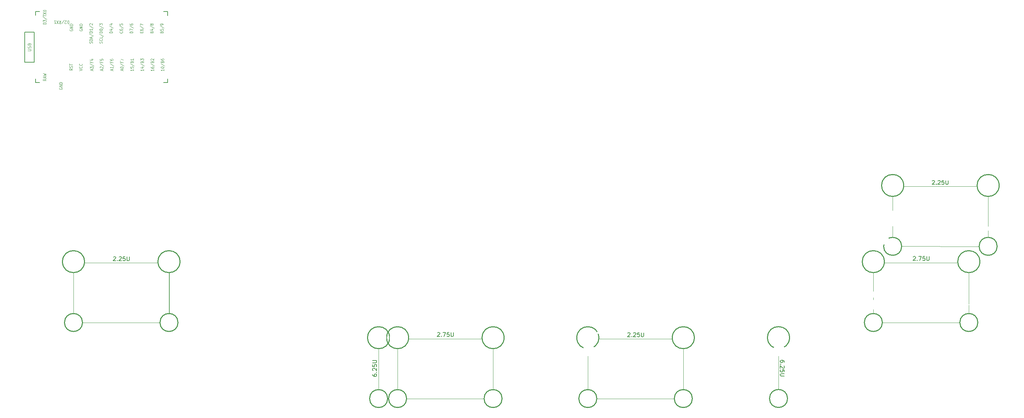
<source format=gto>
G04 #@! TF.GenerationSoftware,KiCad,Pcbnew,(5.1.9-0-10_14)*
G04 #@! TF.CreationDate,2021-12-01T15:49:55+09:00*
G04 #@! TF.ProjectId,reviung53,72657669-756e-4673-9533-2e6b69636164,1*
G04 #@! TF.SameCoordinates,PX1c9c380PY1c9c380*
G04 #@! TF.FileFunction,Legend,Top*
G04 #@! TF.FilePolarity,Positive*
%FSLAX46Y46*%
G04 Gerber Fmt 4.6, Leading zero omitted, Abs format (unit mm)*
G04 Created by KiCad (PCBNEW (5.1.9-0-10_14)) date 2021-12-01 15:49:55*
%MOMM*%
%LPD*%
G01*
G04 APERTURE LIST*
%ADD10C,0.150000*%
%ADD11C,0.250000*%
%ADD12C,0.120000*%
%ADD13C,0.125000*%
%ADD14C,4.500000*%
%ADD15C,2.200000*%
%ADD16C,3.000000*%
%ADD17C,3.987800*%
%ADD18C,1.750000*%
%ADD19C,3.048000*%
%ADD20C,0.600000*%
%ADD21C,1.524000*%
%ADD22C,2.000000*%
%ADD23C,0.900000*%
G04 APERTURE END LIST*
D10*
X224120000Y-42987619D02*
X224167619Y-42940000D01*
X224262857Y-42892380D01*
X224500952Y-42892380D01*
X224596190Y-42940000D01*
X224643809Y-42987619D01*
X224691428Y-43082857D01*
X224691428Y-43178095D01*
X224643809Y-43320952D01*
X224072380Y-43892380D01*
X224691428Y-43892380D01*
X225120000Y-43797142D02*
X225167619Y-43844761D01*
X225120000Y-43892380D01*
X225072380Y-43844761D01*
X225120000Y-43797142D01*
X225120000Y-43892380D01*
X225548571Y-42987619D02*
X225596190Y-42940000D01*
X225691428Y-42892380D01*
X225929523Y-42892380D01*
X226024761Y-42940000D01*
X226072380Y-42987619D01*
X226120000Y-43082857D01*
X226120000Y-43178095D01*
X226072380Y-43320952D01*
X225500952Y-43892380D01*
X226120000Y-43892380D01*
X227024761Y-42892380D02*
X226548571Y-42892380D01*
X226500952Y-43368571D01*
X226548571Y-43320952D01*
X226643809Y-43273333D01*
X226881904Y-43273333D01*
X226977142Y-43320952D01*
X227024761Y-43368571D01*
X227072380Y-43463809D01*
X227072380Y-43701904D01*
X227024761Y-43797142D01*
X226977142Y-43844761D01*
X226881904Y-43892380D01*
X226643809Y-43892380D01*
X226548571Y-43844761D01*
X226500952Y-43797142D01*
X227500952Y-42892380D02*
X227500952Y-43701904D01*
X227548571Y-43797142D01*
X227596190Y-43844761D01*
X227691428Y-43892380D01*
X227881904Y-43892380D01*
X227977142Y-43844761D01*
X228024761Y-43797142D01*
X228072380Y-43701904D01*
X228072380Y-42892380D01*
X147980000Y-81107619D02*
X148027619Y-81060000D01*
X148122857Y-81012380D01*
X148360952Y-81012380D01*
X148456190Y-81060000D01*
X148503809Y-81107619D01*
X148551428Y-81202857D01*
X148551428Y-81298095D01*
X148503809Y-81440952D01*
X147932380Y-82012380D01*
X148551428Y-82012380D01*
X148980000Y-81917142D02*
X149027619Y-81964761D01*
X148980000Y-82012380D01*
X148932380Y-81964761D01*
X148980000Y-81917142D01*
X148980000Y-82012380D01*
X149408571Y-81107619D02*
X149456190Y-81060000D01*
X149551428Y-81012380D01*
X149789523Y-81012380D01*
X149884761Y-81060000D01*
X149932380Y-81107619D01*
X149980000Y-81202857D01*
X149980000Y-81298095D01*
X149932380Y-81440952D01*
X149360952Y-82012380D01*
X149980000Y-82012380D01*
X150884761Y-81012380D02*
X150408571Y-81012380D01*
X150360952Y-81488571D01*
X150408571Y-81440952D01*
X150503809Y-81393333D01*
X150741904Y-81393333D01*
X150837142Y-81440952D01*
X150884761Y-81488571D01*
X150932380Y-81583809D01*
X150932380Y-81821904D01*
X150884761Y-81917142D01*
X150837142Y-81964761D01*
X150741904Y-82012380D01*
X150503809Y-82012380D01*
X150408571Y-81964761D01*
X150360952Y-81917142D01*
X151360952Y-81012380D02*
X151360952Y-81821904D01*
X151408571Y-81917142D01*
X151456190Y-81964761D01*
X151551428Y-82012380D01*
X151741904Y-82012380D01*
X151837142Y-81964761D01*
X151884761Y-81917142D01*
X151932380Y-81821904D01*
X151932380Y-81012380D01*
X100400000Y-81057619D02*
X100447619Y-81010000D01*
X100542857Y-80962380D01*
X100780952Y-80962380D01*
X100876190Y-81010000D01*
X100923809Y-81057619D01*
X100971428Y-81152857D01*
X100971428Y-81248095D01*
X100923809Y-81390952D01*
X100352380Y-81962380D01*
X100971428Y-81962380D01*
X101400000Y-81867142D02*
X101447619Y-81914761D01*
X101400000Y-81962380D01*
X101352380Y-81914761D01*
X101400000Y-81867142D01*
X101400000Y-81962380D01*
X101780952Y-80962380D02*
X102447619Y-80962380D01*
X102019047Y-81962380D01*
X103304761Y-80962380D02*
X102828571Y-80962380D01*
X102780952Y-81438571D01*
X102828571Y-81390952D01*
X102923809Y-81343333D01*
X103161904Y-81343333D01*
X103257142Y-81390952D01*
X103304761Y-81438571D01*
X103352380Y-81533809D01*
X103352380Y-81771904D01*
X103304761Y-81867142D01*
X103257142Y-81914761D01*
X103161904Y-81962380D01*
X102923809Y-81962380D01*
X102828571Y-81914761D01*
X102780952Y-81867142D01*
X103780952Y-80962380D02*
X103780952Y-81771904D01*
X103828571Y-81867142D01*
X103876190Y-81914761D01*
X103971428Y-81962380D01*
X104161904Y-81962380D01*
X104257142Y-81914761D01*
X104304761Y-81867142D01*
X104352380Y-81771904D01*
X104352380Y-80962380D01*
X219357976Y-62027619D02*
X219405595Y-61980000D01*
X219500833Y-61932380D01*
X219738928Y-61932380D01*
X219834166Y-61980000D01*
X219881785Y-62027619D01*
X219929404Y-62122857D01*
X219929404Y-62218095D01*
X219881785Y-62360952D01*
X219310357Y-62932380D01*
X219929404Y-62932380D01*
X220357976Y-62837142D02*
X220405595Y-62884761D01*
X220357976Y-62932380D01*
X220310357Y-62884761D01*
X220357976Y-62837142D01*
X220357976Y-62932380D01*
X220738928Y-61932380D02*
X221405595Y-61932380D01*
X220977023Y-62932380D01*
X222262738Y-61932380D02*
X221786547Y-61932380D01*
X221738928Y-62408571D01*
X221786547Y-62360952D01*
X221881785Y-62313333D01*
X222119880Y-62313333D01*
X222215119Y-62360952D01*
X222262738Y-62408571D01*
X222310357Y-62503809D01*
X222310357Y-62741904D01*
X222262738Y-62837142D01*
X222215119Y-62884761D01*
X222119880Y-62932380D01*
X221881785Y-62932380D01*
X221786547Y-62884761D01*
X221738928Y-62837142D01*
X222738928Y-61932380D02*
X222738928Y-62741904D01*
X222786547Y-62837142D01*
X222834166Y-62884761D01*
X222929404Y-62932380D01*
X223119880Y-62932380D01*
X223215119Y-62884761D01*
X223262738Y-62837142D01*
X223310357Y-62741904D01*
X223310357Y-61932380D01*
D11*
X36018000Y-63215000D02*
G75*
G03*
X36018000Y-63215000I-2750000J0D01*
G01*
D12*
X9392000Y-65965000D02*
X9392000Y-76205000D01*
X11642000Y-78455000D02*
X30980000Y-78470000D01*
X12180000Y-63470000D02*
X30560000Y-63460000D01*
D11*
X11642000Y-78455000D02*
G75*
G03*
X11642000Y-78455000I-2250000J0D01*
G01*
D12*
X33268000Y-76205000D02*
X33268000Y-65965000D01*
D11*
X12142000Y-63215000D02*
G75*
G03*
X12142000Y-63215000I-2750000J0D01*
G01*
X35518000Y-78455000D02*
G75*
G03*
X35518000Y-78455000I-2250000J0D01*
G01*
D10*
X19380000Y-62077619D02*
X19427619Y-62030000D01*
X19522857Y-61982380D01*
X19760952Y-61982380D01*
X19856190Y-62030000D01*
X19903809Y-62077619D01*
X19951428Y-62172857D01*
X19951428Y-62268095D01*
X19903809Y-62410952D01*
X19332380Y-62982380D01*
X19951428Y-62982380D01*
X20380000Y-62887142D02*
X20427619Y-62934761D01*
X20380000Y-62982380D01*
X20332380Y-62934761D01*
X20380000Y-62887142D01*
X20380000Y-62982380D01*
X20808571Y-62077619D02*
X20856190Y-62030000D01*
X20951428Y-61982380D01*
X21189523Y-61982380D01*
X21284761Y-62030000D01*
X21332380Y-62077619D01*
X21380000Y-62172857D01*
X21380000Y-62268095D01*
X21332380Y-62410952D01*
X20760952Y-62982380D01*
X21380000Y-62982380D01*
X22284761Y-61982380D02*
X21808571Y-61982380D01*
X21760952Y-62458571D01*
X21808571Y-62410952D01*
X21903809Y-62363333D01*
X22141904Y-62363333D01*
X22237142Y-62410952D01*
X22284761Y-62458571D01*
X22332380Y-62553809D01*
X22332380Y-62791904D01*
X22284761Y-62887142D01*
X22237142Y-62934761D01*
X22141904Y-62982380D01*
X21903809Y-62982380D01*
X21808571Y-62934761D01*
X21760952Y-62887142D01*
X22760952Y-61982380D02*
X22760952Y-62791904D01*
X22808571Y-62887142D01*
X22856190Y-62934761D01*
X22951428Y-62982380D01*
X23141904Y-62982380D01*
X23237142Y-62934761D01*
X23284761Y-62887142D01*
X23332380Y-62791904D01*
X23332380Y-61982380D01*
D12*
X33328000Y-76235000D02*
X33328000Y-65995000D01*
D11*
X187922000Y-97475000D02*
G75*
G03*
X187922000Y-97475000I-2250000J0D01*
G01*
X188422000Y-82235000D02*
G75*
G03*
X188422000Y-82235000I-2750000J0D01*
G01*
D12*
X185672000Y-84985000D02*
X185672000Y-95225000D01*
D10*
X187127619Y-88366190D02*
X187127619Y-88175714D01*
X187080000Y-88080476D01*
X187032380Y-88032857D01*
X186889523Y-87937619D01*
X186699047Y-87890000D01*
X186318095Y-87890000D01*
X186222857Y-87937619D01*
X186175238Y-87985238D01*
X186127619Y-88080476D01*
X186127619Y-88270952D01*
X186175238Y-88366190D01*
X186222857Y-88413809D01*
X186318095Y-88461428D01*
X186556190Y-88461428D01*
X186651428Y-88413809D01*
X186699047Y-88366190D01*
X186746666Y-88270952D01*
X186746666Y-88080476D01*
X186699047Y-87985238D01*
X186651428Y-87937619D01*
X186556190Y-87890000D01*
X186222857Y-88890000D02*
X186175238Y-88937619D01*
X186127619Y-88890000D01*
X186175238Y-88842380D01*
X186222857Y-88890000D01*
X186127619Y-88890000D01*
X187032380Y-89318571D02*
X187080000Y-89366190D01*
X187127619Y-89461428D01*
X187127619Y-89699523D01*
X187080000Y-89794761D01*
X187032380Y-89842380D01*
X186937142Y-89890000D01*
X186841904Y-89890000D01*
X186699047Y-89842380D01*
X186127619Y-89270952D01*
X186127619Y-89890000D01*
X187127619Y-90794761D02*
X187127619Y-90318571D01*
X186651428Y-90270952D01*
X186699047Y-90318571D01*
X186746666Y-90413809D01*
X186746666Y-90651904D01*
X186699047Y-90747142D01*
X186651428Y-90794761D01*
X186556190Y-90842380D01*
X186318095Y-90842380D01*
X186222857Y-90794761D01*
X186175238Y-90747142D01*
X186127619Y-90651904D01*
X186127619Y-90413809D01*
X186175238Y-90318571D01*
X186222857Y-90270952D01*
X187127619Y-91270952D02*
X186318095Y-91270952D01*
X186222857Y-91318571D01*
X186175238Y-91366190D01*
X186127619Y-91461428D01*
X186127619Y-91651904D01*
X186175238Y-91747142D01*
X186222857Y-91794761D01*
X186318095Y-91842380D01*
X187127619Y-91842380D01*
X84192380Y-91433809D02*
X84192380Y-91624285D01*
X84240000Y-91719523D01*
X84287619Y-91767142D01*
X84430476Y-91862380D01*
X84620952Y-91910000D01*
X85001904Y-91910000D01*
X85097142Y-91862380D01*
X85144761Y-91814761D01*
X85192380Y-91719523D01*
X85192380Y-91529047D01*
X85144761Y-91433809D01*
X85097142Y-91386190D01*
X85001904Y-91338571D01*
X84763809Y-91338571D01*
X84668571Y-91386190D01*
X84620952Y-91433809D01*
X84573333Y-91529047D01*
X84573333Y-91719523D01*
X84620952Y-91814761D01*
X84668571Y-91862380D01*
X84763809Y-91910000D01*
X85097142Y-90910000D02*
X85144761Y-90862380D01*
X85192380Y-90910000D01*
X85144761Y-90957619D01*
X85097142Y-90910000D01*
X85192380Y-90910000D01*
X84287619Y-90481428D02*
X84240000Y-90433809D01*
X84192380Y-90338571D01*
X84192380Y-90100476D01*
X84240000Y-90005238D01*
X84287619Y-89957619D01*
X84382857Y-89910000D01*
X84478095Y-89910000D01*
X84620952Y-89957619D01*
X85192380Y-90529047D01*
X85192380Y-89910000D01*
X84192380Y-89005238D02*
X84192380Y-89481428D01*
X84668571Y-89529047D01*
X84620952Y-89481428D01*
X84573333Y-89386190D01*
X84573333Y-89148095D01*
X84620952Y-89052857D01*
X84668571Y-89005238D01*
X84763809Y-88957619D01*
X85001904Y-88957619D01*
X85097142Y-89005238D01*
X85144761Y-89052857D01*
X85192380Y-89148095D01*
X85192380Y-89386190D01*
X85144761Y-89481428D01*
X85097142Y-89529047D01*
X84192380Y-88529047D02*
X85001904Y-88529047D01*
X85097142Y-88481428D01*
X85144761Y-88433809D01*
X85192380Y-88338571D01*
X85192380Y-88148095D01*
X85144761Y-88052857D01*
X85097142Y-88005238D01*
X85001904Y-87957619D01*
X84192380Y-87957619D01*
D11*
X88432000Y-82255000D02*
G75*
G03*
X88432000Y-82255000I-2750000J0D01*
G01*
X87932000Y-97495000D02*
G75*
G03*
X87932000Y-97495000I-2250000J0D01*
G01*
D12*
X85682000Y-85005000D02*
X85682000Y-95245000D01*
D11*
X92682000Y-97495000D02*
G75*
G03*
X92682000Y-97495000I-2250000J0D01*
G01*
X116558000Y-97495000D02*
G75*
G03*
X116558000Y-97495000I-2250000J0D01*
G01*
D12*
X93220000Y-82510000D02*
X111530000Y-82510000D01*
D11*
X93182000Y-82255000D02*
G75*
G03*
X93182000Y-82255000I-2750000J0D01*
G01*
X117058000Y-82255000D02*
G75*
G03*
X117058000Y-82255000I-2750000J0D01*
G01*
D12*
X90432000Y-85005000D02*
X90432000Y-95245000D01*
X92682000Y-97495000D02*
X112020000Y-97510000D01*
X114308000Y-95245000D02*
X114308000Y-85005000D01*
D11*
X140242000Y-97495000D02*
G75*
G03*
X140242000Y-97495000I-2250000J0D01*
G01*
X164118000Y-97495000D02*
G75*
G03*
X164118000Y-97495000I-2250000J0D01*
G01*
D12*
X140780000Y-82510000D02*
X159100000Y-82510000D01*
D11*
X140742000Y-82255000D02*
G75*
G03*
X140742000Y-82255000I-2750000J0D01*
G01*
X164618000Y-82255000D02*
G75*
G03*
X164618000Y-82255000I-2750000J0D01*
G01*
D12*
X137992000Y-85005000D02*
X137992000Y-95245000D01*
X140242000Y-97495000D02*
X159580000Y-97510000D01*
X161868000Y-95245000D02*
X161868000Y-85005000D01*
D11*
X211632000Y-78455000D02*
G75*
G03*
X211632000Y-78455000I-2250000J0D01*
G01*
X235508000Y-78455000D02*
G75*
G03*
X235508000Y-78455000I-2250000J0D01*
G01*
D12*
X212170000Y-63470000D02*
X230450000Y-63460000D01*
D11*
X212132000Y-63215000D02*
G75*
G03*
X212132000Y-63215000I-2750000J0D01*
G01*
X236008000Y-63215000D02*
G75*
G03*
X236008000Y-63215000I-2750000J0D01*
G01*
D12*
X209382000Y-65965000D02*
X209382000Y-76205000D01*
X211632000Y-78455000D02*
X230970000Y-78470000D01*
X233258000Y-76205000D02*
X233258000Y-65965000D01*
X214212000Y-46895000D02*
X214212000Y-57135000D01*
X238088000Y-57135000D02*
X238088000Y-46895000D01*
X216462000Y-59385000D02*
X235800000Y-59400000D01*
X217000000Y-44400000D02*
X235280000Y-44400000D01*
D11*
X216462000Y-59385000D02*
G75*
G03*
X216462000Y-59385000I-2250000J0D01*
G01*
X240338000Y-59385000D02*
G75*
G03*
X240338000Y-59385000I-2250000J0D01*
G01*
X240838000Y-44145000D02*
G75*
G03*
X240838000Y-44145000I-2750000J0D01*
G01*
X216962000Y-44145000D02*
G75*
G03*
X216962000Y-44145000I-2750000J0D01*
G01*
D10*
X32940000Y-610000D02*
X32940000Y-1620000D01*
X32940000Y-18410000D02*
X32940000Y-17410000D01*
X31940000Y-610000D02*
X32940000Y-610000D01*
X31890000Y-18410000D02*
X32940000Y-18410000D01*
X-110000Y-610000D02*
X-110000Y-1560000D01*
X-110000Y-18410000D02*
X-110000Y-17410000D01*
X-110000Y-610000D02*
X890000Y-610000D01*
X-110000Y-18410000D02*
X890000Y-18410000D01*
X-2810000Y-13260000D02*
X-410000Y-13260000D01*
X-410000Y-13210000D02*
X-410000Y-5760000D01*
X-410000Y-5760000D02*
X-2810000Y-5760000D01*
X-2810000Y-5760000D02*
X-2810000Y-13260000D01*
D13*
X2539285Y-17462619D02*
X2182142Y-17685952D01*
X2539285Y-17845476D02*
X1789285Y-17845476D01*
X1789285Y-17590238D01*
X1825000Y-17526428D01*
X1860714Y-17494523D01*
X1932142Y-17462619D01*
X2039285Y-17462619D01*
X2110714Y-17494523D01*
X2146428Y-17526428D01*
X2182142Y-17590238D01*
X2182142Y-17845476D01*
X2325000Y-17207380D02*
X2325000Y-16888333D01*
X2539285Y-17271190D02*
X1789285Y-17047857D01*
X2539285Y-16824523D01*
X1789285Y-16665000D02*
X2539285Y-16505476D01*
X2003571Y-16377857D01*
X2539285Y-16250238D01*
X1789285Y-16090714D01*
X5865000Y-19710476D02*
X5829285Y-19774285D01*
X5829285Y-19870000D01*
X5865000Y-19965714D01*
X5936428Y-20029523D01*
X6007857Y-20061428D01*
X6150714Y-20093333D01*
X6257857Y-20093333D01*
X6400714Y-20061428D01*
X6472142Y-20029523D01*
X6543571Y-19965714D01*
X6579285Y-19870000D01*
X6579285Y-19806190D01*
X6543571Y-19710476D01*
X6507857Y-19678571D01*
X6257857Y-19678571D01*
X6257857Y-19806190D01*
X6579285Y-19391428D02*
X5829285Y-19391428D01*
X6579285Y-19008571D01*
X5829285Y-19008571D01*
X6579285Y-18689523D02*
X5829285Y-18689523D01*
X5829285Y-18530000D01*
X5865000Y-18434285D01*
X5936428Y-18370476D01*
X6007857Y-18338571D01*
X6150714Y-18306666D01*
X6257857Y-18306666D01*
X6400714Y-18338571D01*
X6472142Y-18370476D01*
X6543571Y-18434285D01*
X6579285Y-18530000D01*
X6579285Y-18689523D01*
X9129285Y-14871904D02*
X8772142Y-15095238D01*
X9129285Y-15254761D02*
X8379285Y-15254761D01*
X8379285Y-14999523D01*
X8415000Y-14935714D01*
X8450714Y-14903809D01*
X8522142Y-14871904D01*
X8629285Y-14871904D01*
X8700714Y-14903809D01*
X8736428Y-14935714D01*
X8772142Y-14999523D01*
X8772142Y-15254761D01*
X9093571Y-14616666D02*
X9129285Y-14520952D01*
X9129285Y-14361428D01*
X9093571Y-14297619D01*
X9057857Y-14265714D01*
X8986428Y-14233809D01*
X8915000Y-14233809D01*
X8843571Y-14265714D01*
X8807857Y-14297619D01*
X8772142Y-14361428D01*
X8736428Y-14489047D01*
X8700714Y-14552857D01*
X8665000Y-14584761D01*
X8593571Y-14616666D01*
X8522142Y-14616666D01*
X8450714Y-14584761D01*
X8415000Y-14552857D01*
X8379285Y-14489047D01*
X8379285Y-14329523D01*
X8415000Y-14233809D01*
X8379285Y-14042380D02*
X8379285Y-13659523D01*
X9129285Y-13850952D02*
X8379285Y-13850952D01*
X10829285Y-15398333D02*
X11579285Y-15175000D01*
X10829285Y-14951666D01*
X11507857Y-14345476D02*
X11543571Y-14377380D01*
X11579285Y-14473095D01*
X11579285Y-14536904D01*
X11543571Y-14632619D01*
X11472142Y-14696428D01*
X11400714Y-14728333D01*
X11257857Y-14760238D01*
X11150714Y-14760238D01*
X11007857Y-14728333D01*
X10936428Y-14696428D01*
X10865000Y-14632619D01*
X10829285Y-14536904D01*
X10829285Y-14473095D01*
X10865000Y-14377380D01*
X10900714Y-14345476D01*
X11507857Y-13675476D02*
X11543571Y-13707380D01*
X11579285Y-13803095D01*
X11579285Y-13866904D01*
X11543571Y-13962619D01*
X11472142Y-14026428D01*
X11400714Y-14058333D01*
X11257857Y-14090238D01*
X11150714Y-14090238D01*
X11007857Y-14058333D01*
X10936428Y-14026428D01*
X10865000Y-13962619D01*
X10829285Y-13866904D01*
X10829285Y-13803095D01*
X10865000Y-13707380D01*
X10900714Y-13675476D01*
X14065000Y-15340714D02*
X14065000Y-15021666D01*
X14279285Y-15404523D02*
X13529285Y-15181190D01*
X14279285Y-14957857D01*
X13529285Y-14798333D02*
X13529285Y-14383571D01*
X13815000Y-14606904D01*
X13815000Y-14511190D01*
X13850714Y-14447380D01*
X13886428Y-14415476D01*
X13957857Y-14383571D01*
X14136428Y-14383571D01*
X14207857Y-14415476D01*
X14243571Y-14447380D01*
X14279285Y-14511190D01*
X14279285Y-14702619D01*
X14243571Y-14766428D01*
X14207857Y-14798333D01*
X13493571Y-13617857D02*
X14457857Y-14192142D01*
X13886428Y-13171190D02*
X13886428Y-13394523D01*
X14279285Y-13394523D02*
X13529285Y-13394523D01*
X13529285Y-13075476D01*
X13779285Y-12533095D02*
X14279285Y-12533095D01*
X13493571Y-12692619D02*
X14029285Y-12852142D01*
X14029285Y-12437380D01*
X16565000Y-15340714D02*
X16565000Y-15021666D01*
X16779285Y-15404523D02*
X16029285Y-15181190D01*
X16779285Y-14957857D01*
X16100714Y-14766428D02*
X16065000Y-14734523D01*
X16029285Y-14670714D01*
X16029285Y-14511190D01*
X16065000Y-14447380D01*
X16100714Y-14415476D01*
X16172142Y-14383571D01*
X16243571Y-14383571D01*
X16350714Y-14415476D01*
X16779285Y-14798333D01*
X16779285Y-14383571D01*
X15993571Y-13617857D02*
X16957857Y-14192142D01*
X16386428Y-13171190D02*
X16386428Y-13394523D01*
X16779285Y-13394523D02*
X16029285Y-13394523D01*
X16029285Y-13075476D01*
X16029285Y-12501190D02*
X16029285Y-12820238D01*
X16386428Y-12852142D01*
X16350714Y-12820238D01*
X16315000Y-12756428D01*
X16315000Y-12596904D01*
X16350714Y-12533095D01*
X16386428Y-12501190D01*
X16457857Y-12469285D01*
X16636428Y-12469285D01*
X16707857Y-12501190D01*
X16743571Y-12533095D01*
X16779285Y-12596904D01*
X16779285Y-12756428D01*
X16743571Y-12820238D01*
X16707857Y-12852142D01*
X19065000Y-15340714D02*
X19065000Y-15021666D01*
X19279285Y-15404523D02*
X18529285Y-15181190D01*
X19279285Y-14957857D01*
X19279285Y-14383571D02*
X19279285Y-14766428D01*
X19279285Y-14575000D02*
X18529285Y-14575000D01*
X18636428Y-14638809D01*
X18707857Y-14702619D01*
X18743571Y-14766428D01*
X18493571Y-13617857D02*
X19457857Y-14192142D01*
X18886428Y-13171190D02*
X18886428Y-13394523D01*
X19279285Y-13394523D02*
X18529285Y-13394523D01*
X18529285Y-13075476D01*
X18529285Y-12533095D02*
X18529285Y-12660714D01*
X18565000Y-12724523D01*
X18600714Y-12756428D01*
X18707857Y-12820238D01*
X18850714Y-12852142D01*
X19136428Y-12852142D01*
X19207857Y-12820238D01*
X19243571Y-12788333D01*
X19279285Y-12724523D01*
X19279285Y-12596904D01*
X19243571Y-12533095D01*
X19207857Y-12501190D01*
X19136428Y-12469285D01*
X18957857Y-12469285D01*
X18886428Y-12501190D01*
X18850714Y-12533095D01*
X18815000Y-12596904D01*
X18815000Y-12724523D01*
X18850714Y-12788333D01*
X18886428Y-12820238D01*
X18957857Y-12852142D01*
X21615000Y-15340714D02*
X21615000Y-15021666D01*
X21829285Y-15404523D02*
X21079285Y-15181190D01*
X21829285Y-14957857D01*
X21079285Y-14606904D02*
X21079285Y-14543095D01*
X21115000Y-14479285D01*
X21150714Y-14447380D01*
X21222142Y-14415476D01*
X21365000Y-14383571D01*
X21543571Y-14383571D01*
X21686428Y-14415476D01*
X21757857Y-14447380D01*
X21793571Y-14479285D01*
X21829285Y-14543095D01*
X21829285Y-14606904D01*
X21793571Y-14670714D01*
X21757857Y-14702619D01*
X21686428Y-14734523D01*
X21543571Y-14766428D01*
X21365000Y-14766428D01*
X21222142Y-14734523D01*
X21150714Y-14702619D01*
X21115000Y-14670714D01*
X21079285Y-14606904D01*
X21043571Y-13617857D02*
X22007857Y-14192142D01*
X21436428Y-13171190D02*
X21436428Y-13394523D01*
X21829285Y-13394523D02*
X21079285Y-13394523D01*
X21079285Y-13075476D01*
X21079285Y-12884047D02*
X21079285Y-12437380D01*
X21829285Y-12724523D01*
X24379285Y-15037619D02*
X24379285Y-15420476D01*
X24379285Y-15229047D02*
X23629285Y-15229047D01*
X23736428Y-15292857D01*
X23807857Y-15356666D01*
X23843571Y-15420476D01*
X23629285Y-14431428D02*
X23629285Y-14750476D01*
X23986428Y-14782380D01*
X23950714Y-14750476D01*
X23915000Y-14686666D01*
X23915000Y-14527142D01*
X23950714Y-14463333D01*
X23986428Y-14431428D01*
X24057857Y-14399523D01*
X24236428Y-14399523D01*
X24307857Y-14431428D01*
X24343571Y-14463333D01*
X24379285Y-14527142D01*
X24379285Y-14686666D01*
X24343571Y-14750476D01*
X24307857Y-14782380D01*
X23593571Y-13633809D02*
X24557857Y-14208095D01*
X23986428Y-13187142D02*
X24022142Y-13091428D01*
X24057857Y-13059523D01*
X24129285Y-13027619D01*
X24236428Y-13027619D01*
X24307857Y-13059523D01*
X24343571Y-13091428D01*
X24379285Y-13155238D01*
X24379285Y-13410476D01*
X23629285Y-13410476D01*
X23629285Y-13187142D01*
X23665000Y-13123333D01*
X23700714Y-13091428D01*
X23772142Y-13059523D01*
X23843571Y-13059523D01*
X23915000Y-13091428D01*
X23950714Y-13123333D01*
X23986428Y-13187142D01*
X23986428Y-13410476D01*
X24379285Y-12389523D02*
X24379285Y-12772380D01*
X24379285Y-12580952D02*
X23629285Y-12580952D01*
X23736428Y-12644761D01*
X23807857Y-12708571D01*
X23843571Y-12772380D01*
X26929285Y-15037619D02*
X26929285Y-15420476D01*
X26929285Y-15229047D02*
X26179285Y-15229047D01*
X26286428Y-15292857D01*
X26357857Y-15356666D01*
X26393571Y-15420476D01*
X26429285Y-14463333D02*
X26929285Y-14463333D01*
X26143571Y-14622857D02*
X26679285Y-14782380D01*
X26679285Y-14367619D01*
X26143571Y-13633809D02*
X27107857Y-14208095D01*
X26536428Y-13187142D02*
X26572142Y-13091428D01*
X26607857Y-13059523D01*
X26679285Y-13027619D01*
X26786428Y-13027619D01*
X26857857Y-13059523D01*
X26893571Y-13091428D01*
X26929285Y-13155238D01*
X26929285Y-13410476D01*
X26179285Y-13410476D01*
X26179285Y-13187142D01*
X26215000Y-13123333D01*
X26250714Y-13091428D01*
X26322142Y-13059523D01*
X26393571Y-13059523D01*
X26465000Y-13091428D01*
X26500714Y-13123333D01*
X26536428Y-13187142D01*
X26536428Y-13410476D01*
X26179285Y-12804285D02*
X26179285Y-12389523D01*
X26465000Y-12612857D01*
X26465000Y-12517142D01*
X26500714Y-12453333D01*
X26536428Y-12421428D01*
X26607857Y-12389523D01*
X26786428Y-12389523D01*
X26857857Y-12421428D01*
X26893571Y-12453333D01*
X26929285Y-12517142D01*
X26929285Y-12708571D01*
X26893571Y-12772380D01*
X26857857Y-12804285D01*
X31979285Y-15037619D02*
X31979285Y-15420476D01*
X31979285Y-15229047D02*
X31229285Y-15229047D01*
X31336428Y-15292857D01*
X31407857Y-15356666D01*
X31443571Y-15420476D01*
X31229285Y-14622857D02*
X31229285Y-14559047D01*
X31265000Y-14495238D01*
X31300714Y-14463333D01*
X31372142Y-14431428D01*
X31515000Y-14399523D01*
X31693571Y-14399523D01*
X31836428Y-14431428D01*
X31907857Y-14463333D01*
X31943571Y-14495238D01*
X31979285Y-14559047D01*
X31979285Y-14622857D01*
X31943571Y-14686666D01*
X31907857Y-14718571D01*
X31836428Y-14750476D01*
X31693571Y-14782380D01*
X31515000Y-14782380D01*
X31372142Y-14750476D01*
X31300714Y-14718571D01*
X31265000Y-14686666D01*
X31229285Y-14622857D01*
X31193571Y-13633809D02*
X32157857Y-14208095D01*
X31586428Y-13187142D02*
X31622142Y-13091428D01*
X31657857Y-13059523D01*
X31729285Y-13027619D01*
X31836428Y-13027619D01*
X31907857Y-13059523D01*
X31943571Y-13091428D01*
X31979285Y-13155238D01*
X31979285Y-13410476D01*
X31229285Y-13410476D01*
X31229285Y-13187142D01*
X31265000Y-13123333D01*
X31300714Y-13091428D01*
X31372142Y-13059523D01*
X31443571Y-13059523D01*
X31515000Y-13091428D01*
X31550714Y-13123333D01*
X31586428Y-13187142D01*
X31586428Y-13410476D01*
X31229285Y-12453333D02*
X31229285Y-12580952D01*
X31265000Y-12644761D01*
X31300714Y-12676666D01*
X31407857Y-12740476D01*
X31550714Y-12772380D01*
X31836428Y-12772380D01*
X31907857Y-12740476D01*
X31943571Y-12708571D01*
X31979285Y-12644761D01*
X31979285Y-12517142D01*
X31943571Y-12453333D01*
X31907857Y-12421428D01*
X31836428Y-12389523D01*
X31657857Y-12389523D01*
X31586428Y-12421428D01*
X31550714Y-12453333D01*
X31515000Y-12517142D01*
X31515000Y-12644761D01*
X31550714Y-12708571D01*
X31586428Y-12740476D01*
X31657857Y-12772380D01*
X29479285Y-15037619D02*
X29479285Y-15420476D01*
X29479285Y-15229047D02*
X28729285Y-15229047D01*
X28836428Y-15292857D01*
X28907857Y-15356666D01*
X28943571Y-15420476D01*
X28729285Y-14463333D02*
X28729285Y-14590952D01*
X28765000Y-14654761D01*
X28800714Y-14686666D01*
X28907857Y-14750476D01*
X29050714Y-14782380D01*
X29336428Y-14782380D01*
X29407857Y-14750476D01*
X29443571Y-14718571D01*
X29479285Y-14654761D01*
X29479285Y-14527142D01*
X29443571Y-14463333D01*
X29407857Y-14431428D01*
X29336428Y-14399523D01*
X29157857Y-14399523D01*
X29086428Y-14431428D01*
X29050714Y-14463333D01*
X29015000Y-14527142D01*
X29015000Y-14654761D01*
X29050714Y-14718571D01*
X29086428Y-14750476D01*
X29157857Y-14782380D01*
X28693571Y-13633809D02*
X29657857Y-14208095D01*
X29086428Y-13187142D02*
X29122142Y-13091428D01*
X29157857Y-13059523D01*
X29229285Y-13027619D01*
X29336428Y-13027619D01*
X29407857Y-13059523D01*
X29443571Y-13091428D01*
X29479285Y-13155238D01*
X29479285Y-13410476D01*
X28729285Y-13410476D01*
X28729285Y-13187142D01*
X28765000Y-13123333D01*
X28800714Y-13091428D01*
X28872142Y-13059523D01*
X28943571Y-13059523D01*
X29015000Y-13091428D01*
X29050714Y-13123333D01*
X29086428Y-13187142D01*
X29086428Y-13410476D01*
X28800714Y-12772380D02*
X28765000Y-12740476D01*
X28729285Y-12676666D01*
X28729285Y-12517142D01*
X28765000Y-12453333D01*
X28800714Y-12421428D01*
X28872142Y-12389523D01*
X28943571Y-12389523D01*
X29050714Y-12421428D01*
X29479285Y-12804285D01*
X29479285Y-12389523D01*
X26386428Y-5937619D02*
X26386428Y-5714285D01*
X26779285Y-5618571D02*
X26779285Y-5937619D01*
X26029285Y-5937619D01*
X26029285Y-5618571D01*
X26029285Y-5044285D02*
X26029285Y-5171904D01*
X26065000Y-5235714D01*
X26100714Y-5267619D01*
X26207857Y-5331428D01*
X26350714Y-5363333D01*
X26636428Y-5363333D01*
X26707857Y-5331428D01*
X26743571Y-5299523D01*
X26779285Y-5235714D01*
X26779285Y-5108095D01*
X26743571Y-5044285D01*
X26707857Y-5012380D01*
X26636428Y-4980476D01*
X26457857Y-4980476D01*
X26386428Y-5012380D01*
X26350714Y-5044285D01*
X26315000Y-5108095D01*
X26315000Y-5235714D01*
X26350714Y-5299523D01*
X26386428Y-5331428D01*
X26457857Y-5363333D01*
X25993571Y-4214761D02*
X26957857Y-4789047D01*
X26029285Y-4055238D02*
X26029285Y-3608571D01*
X26779285Y-3895714D01*
X24229285Y-5969523D02*
X23479285Y-5969523D01*
X23479285Y-5810000D01*
X23515000Y-5714285D01*
X23586428Y-5650476D01*
X23657857Y-5618571D01*
X23800714Y-5586666D01*
X23907857Y-5586666D01*
X24050714Y-5618571D01*
X24122142Y-5650476D01*
X24193571Y-5714285D01*
X24229285Y-5810000D01*
X24229285Y-5969523D01*
X23479285Y-5363333D02*
X23479285Y-4916666D01*
X24229285Y-5203809D01*
X23443571Y-4182857D02*
X24407857Y-4757142D01*
X23479285Y-3672380D02*
X23479285Y-3800000D01*
X23515000Y-3863809D01*
X23550714Y-3895714D01*
X23657857Y-3959523D01*
X23800714Y-3991428D01*
X24086428Y-3991428D01*
X24157857Y-3959523D01*
X24193571Y-3927619D01*
X24229285Y-3863809D01*
X24229285Y-3736190D01*
X24193571Y-3672380D01*
X24157857Y-3640476D01*
X24086428Y-3608571D01*
X23907857Y-3608571D01*
X23836428Y-3640476D01*
X23800714Y-3672380D01*
X23765000Y-3736190D01*
X23765000Y-3863809D01*
X23800714Y-3927619D01*
X23836428Y-3959523D01*
X23907857Y-3991428D01*
X8465000Y-5065476D02*
X8429285Y-5129285D01*
X8429285Y-5225000D01*
X8465000Y-5320714D01*
X8536428Y-5384523D01*
X8607857Y-5416428D01*
X8750714Y-5448333D01*
X8857857Y-5448333D01*
X9000714Y-5416428D01*
X9072142Y-5384523D01*
X9143571Y-5320714D01*
X9179285Y-5225000D01*
X9179285Y-5161190D01*
X9143571Y-5065476D01*
X9107857Y-5033571D01*
X8857857Y-5033571D01*
X8857857Y-5161190D01*
X9179285Y-4746428D02*
X8429285Y-4746428D01*
X9179285Y-4363571D01*
X8429285Y-4363571D01*
X9179285Y-4044523D02*
X8429285Y-4044523D01*
X8429285Y-3885000D01*
X8465000Y-3789285D01*
X8536428Y-3725476D01*
X8607857Y-3693571D01*
X8750714Y-3661666D01*
X8857857Y-3661666D01*
X9000714Y-3693571D01*
X9072142Y-3725476D01*
X9143571Y-3789285D01*
X9179285Y-3885000D01*
X9179285Y-4044523D01*
X10915000Y-5065476D02*
X10879285Y-5129285D01*
X10879285Y-5225000D01*
X10915000Y-5320714D01*
X10986428Y-5384523D01*
X11057857Y-5416428D01*
X11200714Y-5448333D01*
X11307857Y-5448333D01*
X11450714Y-5416428D01*
X11522142Y-5384523D01*
X11593571Y-5320714D01*
X11629285Y-5225000D01*
X11629285Y-5161190D01*
X11593571Y-5065476D01*
X11557857Y-5033571D01*
X11307857Y-5033571D01*
X11307857Y-5161190D01*
X11629285Y-4746428D02*
X10879285Y-4746428D01*
X11629285Y-4363571D01*
X10879285Y-4363571D01*
X11629285Y-4044523D02*
X10879285Y-4044523D01*
X10879285Y-3885000D01*
X10915000Y-3789285D01*
X10986428Y-3725476D01*
X11057857Y-3693571D01*
X11200714Y-3661666D01*
X11307857Y-3661666D01*
X11450714Y-3693571D01*
X11522142Y-3725476D01*
X11593571Y-3789285D01*
X11629285Y-3885000D01*
X11629285Y-4044523D01*
X2539285Y-3738809D02*
X1789285Y-3738809D01*
X1789285Y-3579285D01*
X1825000Y-3483571D01*
X1896428Y-3419761D01*
X1967857Y-3387857D01*
X2110714Y-3355952D01*
X2217857Y-3355952D01*
X2360714Y-3387857D01*
X2432142Y-3419761D01*
X2503571Y-3483571D01*
X2539285Y-3579285D01*
X2539285Y-3738809D01*
X1789285Y-3132619D02*
X1789285Y-2717857D01*
X2075000Y-2941190D01*
X2075000Y-2845476D01*
X2110714Y-2781666D01*
X2146428Y-2749761D01*
X2217857Y-2717857D01*
X2396428Y-2717857D01*
X2467857Y-2749761D01*
X2503571Y-2781666D01*
X2539285Y-2845476D01*
X2539285Y-3036904D01*
X2503571Y-3100714D01*
X2467857Y-3132619D01*
X1753571Y-1952142D02*
X2717857Y-2526428D01*
X1789285Y-1824523D02*
X1789285Y-1441666D01*
X2539285Y-1633095D02*
X1789285Y-1633095D01*
X1789285Y-1282142D02*
X2539285Y-835476D01*
X1789285Y-835476D02*
X2539285Y-1282142D01*
X1789285Y-452619D02*
X1789285Y-388809D01*
X1825000Y-325000D01*
X1860714Y-293095D01*
X1932142Y-261190D01*
X2075000Y-229285D01*
X2253571Y-229285D01*
X2396428Y-261190D01*
X2467857Y-293095D01*
X2503571Y-325000D01*
X2539285Y-388809D01*
X2539285Y-452619D01*
X2503571Y-516428D01*
X2467857Y-548333D01*
X2396428Y-580238D01*
X2253571Y-612142D01*
X2075000Y-612142D01*
X1932142Y-580238D01*
X1860714Y-548333D01*
X1825000Y-516428D01*
X1789285Y-452619D01*
X19129285Y-5969523D02*
X18379285Y-5969523D01*
X18379285Y-5810000D01*
X18415000Y-5714285D01*
X18486428Y-5650476D01*
X18557857Y-5618571D01*
X18700714Y-5586666D01*
X18807857Y-5586666D01*
X18950714Y-5618571D01*
X19022142Y-5650476D01*
X19093571Y-5714285D01*
X19129285Y-5810000D01*
X19129285Y-5969523D01*
X18629285Y-5012380D02*
X19129285Y-5012380D01*
X18343571Y-5171904D02*
X18879285Y-5331428D01*
X18879285Y-4916666D01*
X18343571Y-4182857D02*
X19307857Y-4757142D01*
X18629285Y-3672380D02*
X19129285Y-3672380D01*
X18343571Y-3831904D02*
X18879285Y-3991428D01*
X18879285Y-3576666D01*
X14093571Y-8543571D02*
X14129285Y-8447857D01*
X14129285Y-8288333D01*
X14093571Y-8224523D01*
X14057857Y-8192619D01*
X13986428Y-8160714D01*
X13915000Y-8160714D01*
X13843571Y-8192619D01*
X13807857Y-8224523D01*
X13772142Y-8288333D01*
X13736428Y-8415952D01*
X13700714Y-8479761D01*
X13665000Y-8511666D01*
X13593571Y-8543571D01*
X13522142Y-8543571D01*
X13450714Y-8511666D01*
X13415000Y-8479761D01*
X13379285Y-8415952D01*
X13379285Y-8256428D01*
X13415000Y-8160714D01*
X14129285Y-7873571D02*
X13379285Y-7873571D01*
X13379285Y-7714047D01*
X13415000Y-7618333D01*
X13486428Y-7554523D01*
X13557857Y-7522619D01*
X13700714Y-7490714D01*
X13807857Y-7490714D01*
X13950714Y-7522619D01*
X14022142Y-7554523D01*
X14093571Y-7618333D01*
X14129285Y-7714047D01*
X14129285Y-7873571D01*
X13915000Y-7235476D02*
X13915000Y-6916428D01*
X14129285Y-7299285D02*
X13379285Y-7075952D01*
X14129285Y-6852619D01*
X13343571Y-6150714D02*
X14307857Y-6725000D01*
X14129285Y-5927380D02*
X13379285Y-5927380D01*
X13379285Y-5767857D01*
X13415000Y-5672142D01*
X13486428Y-5608333D01*
X13557857Y-5576428D01*
X13700714Y-5544523D01*
X13807857Y-5544523D01*
X13950714Y-5576428D01*
X14022142Y-5608333D01*
X14093571Y-5672142D01*
X14129285Y-5767857D01*
X14129285Y-5927380D01*
X14129285Y-4906428D02*
X14129285Y-5289285D01*
X14129285Y-5097857D02*
X13379285Y-5097857D01*
X13486428Y-5161666D01*
X13557857Y-5225476D01*
X13593571Y-5289285D01*
X13343571Y-4140714D02*
X14307857Y-4715000D01*
X13450714Y-3949285D02*
X13415000Y-3917380D01*
X13379285Y-3853571D01*
X13379285Y-3694047D01*
X13415000Y-3630238D01*
X13450714Y-3598333D01*
X13522142Y-3566428D01*
X13593571Y-3566428D01*
X13700714Y-3598333D01*
X14129285Y-3981190D01*
X14129285Y-3566428D01*
X16593571Y-8527619D02*
X16629285Y-8431904D01*
X16629285Y-8272380D01*
X16593571Y-8208571D01*
X16557857Y-8176666D01*
X16486428Y-8144761D01*
X16415000Y-8144761D01*
X16343571Y-8176666D01*
X16307857Y-8208571D01*
X16272142Y-8272380D01*
X16236428Y-8400000D01*
X16200714Y-8463809D01*
X16165000Y-8495714D01*
X16093571Y-8527619D01*
X16022142Y-8527619D01*
X15950714Y-8495714D01*
X15915000Y-8463809D01*
X15879285Y-8400000D01*
X15879285Y-8240476D01*
X15915000Y-8144761D01*
X16557857Y-7474761D02*
X16593571Y-7506666D01*
X16629285Y-7602380D01*
X16629285Y-7666190D01*
X16593571Y-7761904D01*
X16522142Y-7825714D01*
X16450714Y-7857619D01*
X16307857Y-7889523D01*
X16200714Y-7889523D01*
X16057857Y-7857619D01*
X15986428Y-7825714D01*
X15915000Y-7761904D01*
X15879285Y-7666190D01*
X15879285Y-7602380D01*
X15915000Y-7506666D01*
X15950714Y-7474761D01*
X16629285Y-6868571D02*
X16629285Y-7187619D01*
X15879285Y-7187619D01*
X15843571Y-6166666D02*
X16807857Y-6740952D01*
X16629285Y-5943333D02*
X15879285Y-5943333D01*
X15879285Y-5783809D01*
X15915000Y-5688095D01*
X15986428Y-5624285D01*
X16057857Y-5592380D01*
X16200714Y-5560476D01*
X16307857Y-5560476D01*
X16450714Y-5592380D01*
X16522142Y-5624285D01*
X16593571Y-5688095D01*
X16629285Y-5783809D01*
X16629285Y-5943333D01*
X15879285Y-5145714D02*
X15879285Y-5081904D01*
X15915000Y-5018095D01*
X15950714Y-4986190D01*
X16022142Y-4954285D01*
X16165000Y-4922380D01*
X16343571Y-4922380D01*
X16486428Y-4954285D01*
X16557857Y-4986190D01*
X16593571Y-5018095D01*
X16629285Y-5081904D01*
X16629285Y-5145714D01*
X16593571Y-5209523D01*
X16557857Y-5241428D01*
X16486428Y-5273333D01*
X16343571Y-5305238D01*
X16165000Y-5305238D01*
X16022142Y-5273333D01*
X15950714Y-5241428D01*
X15915000Y-5209523D01*
X15879285Y-5145714D01*
X15843571Y-4156666D02*
X16807857Y-4730952D01*
X15879285Y-3997142D02*
X15879285Y-3582380D01*
X16165000Y-3805714D01*
X16165000Y-3710000D01*
X16200714Y-3646190D01*
X16236428Y-3614285D01*
X16307857Y-3582380D01*
X16486428Y-3582380D01*
X16557857Y-3614285D01*
X16593571Y-3646190D01*
X16629285Y-3710000D01*
X16629285Y-3901428D01*
X16593571Y-3965238D01*
X16557857Y-3997142D01*
X21607857Y-5586666D02*
X21643571Y-5618571D01*
X21679285Y-5714285D01*
X21679285Y-5778095D01*
X21643571Y-5873809D01*
X21572142Y-5937619D01*
X21500714Y-5969523D01*
X21357857Y-6001428D01*
X21250714Y-6001428D01*
X21107857Y-5969523D01*
X21036428Y-5937619D01*
X20965000Y-5873809D01*
X20929285Y-5778095D01*
X20929285Y-5714285D01*
X20965000Y-5618571D01*
X21000714Y-5586666D01*
X20929285Y-5012380D02*
X20929285Y-5140000D01*
X20965000Y-5203809D01*
X21000714Y-5235714D01*
X21107857Y-5299523D01*
X21250714Y-5331428D01*
X21536428Y-5331428D01*
X21607857Y-5299523D01*
X21643571Y-5267619D01*
X21679285Y-5203809D01*
X21679285Y-5076190D01*
X21643571Y-5012380D01*
X21607857Y-4980476D01*
X21536428Y-4948571D01*
X21357857Y-4948571D01*
X21286428Y-4980476D01*
X21250714Y-5012380D01*
X21215000Y-5076190D01*
X21215000Y-5203809D01*
X21250714Y-5267619D01*
X21286428Y-5299523D01*
X21357857Y-5331428D01*
X20893571Y-4182857D02*
X21857857Y-4757142D01*
X20929285Y-3640476D02*
X20929285Y-3959523D01*
X21286428Y-3991428D01*
X21250714Y-3959523D01*
X21215000Y-3895714D01*
X21215000Y-3736190D01*
X21250714Y-3672380D01*
X21286428Y-3640476D01*
X21357857Y-3608571D01*
X21536428Y-3608571D01*
X21607857Y-3640476D01*
X21643571Y-3672380D01*
X21679285Y-3736190D01*
X21679285Y-3895714D01*
X21643571Y-3959523D01*
X21607857Y-3991428D01*
X31436428Y-5746190D02*
X31472142Y-5650476D01*
X31507857Y-5618571D01*
X31579285Y-5586666D01*
X31686428Y-5586666D01*
X31757857Y-5618571D01*
X31793571Y-5650476D01*
X31829285Y-5714285D01*
X31829285Y-5969523D01*
X31079285Y-5969523D01*
X31079285Y-5746190D01*
X31115000Y-5682380D01*
X31150714Y-5650476D01*
X31222142Y-5618571D01*
X31293571Y-5618571D01*
X31365000Y-5650476D01*
X31400714Y-5682380D01*
X31436428Y-5746190D01*
X31436428Y-5969523D01*
X31079285Y-4980476D02*
X31079285Y-5299523D01*
X31436428Y-5331428D01*
X31400714Y-5299523D01*
X31365000Y-5235714D01*
X31365000Y-5076190D01*
X31400714Y-5012380D01*
X31436428Y-4980476D01*
X31507857Y-4948571D01*
X31686428Y-4948571D01*
X31757857Y-4980476D01*
X31793571Y-5012380D01*
X31829285Y-5076190D01*
X31829285Y-5235714D01*
X31793571Y-5299523D01*
X31757857Y-5331428D01*
X31043571Y-4182857D02*
X32007857Y-4757142D01*
X31829285Y-3927619D02*
X31829285Y-3800000D01*
X31793571Y-3736190D01*
X31757857Y-3704285D01*
X31650714Y-3640476D01*
X31507857Y-3608571D01*
X31222142Y-3608571D01*
X31150714Y-3640476D01*
X31115000Y-3672380D01*
X31079285Y-3736190D01*
X31079285Y-3863809D01*
X31115000Y-3927619D01*
X31150714Y-3959523D01*
X31222142Y-3991428D01*
X31400714Y-3991428D01*
X31472142Y-3959523D01*
X31507857Y-3927619D01*
X31543571Y-3863809D01*
X31543571Y-3736190D01*
X31507857Y-3672380D01*
X31472142Y-3640476D01*
X31400714Y-3608571D01*
X8218571Y-2860714D02*
X8218571Y-3610714D01*
X8059047Y-3610714D01*
X7963333Y-3575000D01*
X7899523Y-3503571D01*
X7867619Y-3432142D01*
X7835714Y-3289285D01*
X7835714Y-3182142D01*
X7867619Y-3039285D01*
X7899523Y-2967857D01*
X7963333Y-2896428D01*
X8059047Y-2860714D01*
X8218571Y-2860714D01*
X7580476Y-3539285D02*
X7548571Y-3575000D01*
X7484761Y-3610714D01*
X7325238Y-3610714D01*
X7261428Y-3575000D01*
X7229523Y-3539285D01*
X7197619Y-3467857D01*
X7197619Y-3396428D01*
X7229523Y-3289285D01*
X7612380Y-2860714D01*
X7197619Y-2860714D01*
X6431904Y-3646428D02*
X7006190Y-2682142D01*
X5825714Y-2860714D02*
X6049047Y-3217857D01*
X6208571Y-2860714D02*
X6208571Y-3610714D01*
X5953333Y-3610714D01*
X5889523Y-3575000D01*
X5857619Y-3539285D01*
X5825714Y-3467857D01*
X5825714Y-3360714D01*
X5857619Y-3289285D01*
X5889523Y-3253571D01*
X5953333Y-3217857D01*
X6208571Y-3217857D01*
X5602380Y-3610714D02*
X5155714Y-2860714D01*
X5155714Y-3610714D02*
X5602380Y-2860714D01*
X4549523Y-2860714D02*
X4932380Y-2860714D01*
X4740952Y-2860714D02*
X4740952Y-3610714D01*
X4804761Y-3503571D01*
X4868571Y-3432142D01*
X4932380Y-3396428D01*
X28936428Y-5746190D02*
X28972142Y-5650476D01*
X29007857Y-5618571D01*
X29079285Y-5586666D01*
X29186428Y-5586666D01*
X29257857Y-5618571D01*
X29293571Y-5650476D01*
X29329285Y-5714285D01*
X29329285Y-5969523D01*
X28579285Y-5969523D01*
X28579285Y-5746190D01*
X28615000Y-5682380D01*
X28650714Y-5650476D01*
X28722142Y-5618571D01*
X28793571Y-5618571D01*
X28865000Y-5650476D01*
X28900714Y-5682380D01*
X28936428Y-5746190D01*
X28936428Y-5969523D01*
X28829285Y-5012380D02*
X29329285Y-5012380D01*
X28543571Y-5171904D02*
X29079285Y-5331428D01*
X29079285Y-4916666D01*
X28543571Y-4182857D02*
X29507857Y-4757142D01*
X28900714Y-3863809D02*
X28865000Y-3927619D01*
X28829285Y-3959523D01*
X28757857Y-3991428D01*
X28722142Y-3991428D01*
X28650714Y-3959523D01*
X28615000Y-3927619D01*
X28579285Y-3863809D01*
X28579285Y-3736190D01*
X28615000Y-3672380D01*
X28650714Y-3640476D01*
X28722142Y-3608571D01*
X28757857Y-3608571D01*
X28829285Y-3640476D01*
X28865000Y-3672380D01*
X28900714Y-3736190D01*
X28900714Y-3863809D01*
X28936428Y-3927619D01*
X28972142Y-3959523D01*
X29043571Y-3991428D01*
X29186428Y-3991428D01*
X29257857Y-3959523D01*
X29293571Y-3927619D01*
X29329285Y-3863809D01*
X29329285Y-3736190D01*
X29293571Y-3672380D01*
X29257857Y-3640476D01*
X29186428Y-3608571D01*
X29043571Y-3608571D01*
X28972142Y-3640476D01*
X28936428Y-3672380D01*
X28900714Y-3736190D01*
D12*
X-2020715Y-10456428D02*
X-1413572Y-10456428D01*
X-1342143Y-10420714D01*
X-1306429Y-10385000D01*
X-1270715Y-10313571D01*
X-1270715Y-10170714D01*
X-1306429Y-10099285D01*
X-1342143Y-10063571D01*
X-1413572Y-10027857D01*
X-2020715Y-10027857D01*
X-1306429Y-9706428D02*
X-1270715Y-9599285D01*
X-1270715Y-9420714D01*
X-1306429Y-9349285D01*
X-1342143Y-9313571D01*
X-1413572Y-9277857D01*
X-1485000Y-9277857D01*
X-1556429Y-9313571D01*
X-1592143Y-9349285D01*
X-1627858Y-9420714D01*
X-1663572Y-9563571D01*
X-1699286Y-9635000D01*
X-1735000Y-9670714D01*
X-1806429Y-9706428D01*
X-1877858Y-9706428D01*
X-1949286Y-9670714D01*
X-1985000Y-9635000D01*
X-2020715Y-9563571D01*
X-2020715Y-9385000D01*
X-1985000Y-9277857D01*
X-1663572Y-8706428D02*
X-1627858Y-8599285D01*
X-1592143Y-8563571D01*
X-1520715Y-8527857D01*
X-1413572Y-8527857D01*
X-1342143Y-8563571D01*
X-1306429Y-8599285D01*
X-1270715Y-8670714D01*
X-1270715Y-8956428D01*
X-2020715Y-8956428D01*
X-2020715Y-8706428D01*
X-1985000Y-8635000D01*
X-1949286Y-8599285D01*
X-1877858Y-8563571D01*
X-1806429Y-8563571D01*
X-1735000Y-8599285D01*
X-1699286Y-8635000D01*
X-1663572Y-8706428D01*
X-1663572Y-8956428D01*
%LPC*%
D14*
X80130000Y-42880000D03*
X3590000Y-96420000D03*
X244030000Y-96420000D03*
X226200000Y-6600000D03*
X38180000Y-6600000D03*
D15*
X17540000Y-21690000D03*
D14*
X122590000Y-96420000D03*
X167500000Y-42870000D03*
D16*
X99816250Y-95592500D03*
D17*
X102356250Y-90512500D03*
D16*
X106166250Y-93052500D03*
D18*
X107436250Y-90512500D03*
X97276250Y-90512500D03*
D19*
X90418250Y-97497500D03*
X114294250Y-97497500D03*
D17*
X90418250Y-82257500D03*
X114294250Y-82257500D03*
D20*
X248190000Y-64700000D03*
X248200000Y-58100000D03*
X248200000Y-63875000D03*
X248200000Y-61400000D03*
X248200000Y-60575000D03*
X248200000Y-59750000D03*
X248200000Y-58925000D03*
X248200000Y-62225000D03*
X248200000Y-63050000D03*
X-590000Y-35300000D03*
X-600000Y-41900000D03*
X-600000Y-36125000D03*
X-600000Y-38600000D03*
X-600000Y-39425000D03*
X-600000Y-40250000D03*
X-600000Y-41075000D03*
X-600000Y-37775000D03*
X-600000Y-36950000D03*
X50300000Y-100610000D03*
X43700000Y-100600000D03*
X49475000Y-100600000D03*
X47000000Y-100600000D03*
X46175000Y-100600000D03*
X45350000Y-100600000D03*
X44525000Y-100600000D03*
X47825000Y-100600000D03*
X48650000Y-100600000D03*
X203900000Y-100610000D03*
X197300000Y-100600000D03*
X203075000Y-100600000D03*
X200600000Y-100600000D03*
X199775000Y-100600000D03*
X198950000Y-100600000D03*
X198125000Y-100600000D03*
X201425000Y-100600000D03*
X202250000Y-100600000D03*
X203900000Y590000D03*
X197300000Y600000D03*
X203075000Y600000D03*
X200600000Y600000D03*
X199775000Y600000D03*
X198950000Y600000D03*
X198125000Y600000D03*
X201425000Y600000D03*
X202250000Y600000D03*
X50300000Y590000D03*
X43700000Y600000D03*
X49475000Y600000D03*
X47000000Y600000D03*
X46175000Y600000D03*
X45350000Y600000D03*
X44525000Y600000D03*
X47825000Y600000D03*
X48650000Y600000D03*
D16*
X112040000Y-66382500D03*
D17*
X109500000Y-71462500D03*
D16*
X105690000Y-68922500D03*
D18*
X104420000Y-71462500D03*
X114580000Y-71462500D03*
D14*
X250720000Y3080000D03*
X250730000Y-103120000D03*
X-3120000Y-103120000D03*
X-3120000Y3080000D03*
D15*
X38160000Y-20720000D03*
D21*
X3712000Y-17118600D03*
X6252000Y-17118600D03*
X8792000Y-17118600D03*
X11332000Y-17118600D03*
X13872000Y-17118600D03*
X16412000Y-17118600D03*
X18952000Y-17118600D03*
X21492000Y-17118600D03*
X24032000Y-17118600D03*
X26572000Y-17118600D03*
X29112000Y-17118600D03*
X31652000Y-17118600D03*
X31652000Y-1898600D03*
X29112000Y-1898600D03*
X26572000Y-1898600D03*
X24032000Y-1898600D03*
X21492000Y-1898600D03*
X18952000Y-1898600D03*
X16412000Y-1898600D03*
X13872000Y-1898600D03*
X11332000Y-1898600D03*
X8792000Y-1898600D03*
X6252000Y-1898600D03*
X3712000Y-1898600D03*
D22*
X2350000Y-22000000D03*
X8850000Y-22000000D03*
D16*
X54890000Y-4470000D03*
D17*
X52350000Y-9550000D03*
D16*
X48540000Y-7010000D03*
D18*
X47270000Y-9550000D03*
X57430000Y-9550000D03*
D16*
X78702500Y-4470000D03*
D17*
X76162500Y-9550000D03*
D16*
X72352500Y-7010000D03*
D18*
X71082500Y-9550000D03*
X81242500Y-9550000D03*
D16*
X97752500Y-4470000D03*
D17*
X95212500Y-9550000D03*
D16*
X91402500Y-7010000D03*
D18*
X90132500Y-9550000D03*
X100292500Y-9550000D03*
D16*
X116802500Y-4470000D03*
D17*
X114262500Y-9550000D03*
D16*
X110452500Y-7010000D03*
D18*
X109182500Y-9550000D03*
X119342500Y-9550000D03*
D16*
X135852500Y-4470000D03*
D17*
X133312500Y-9550000D03*
D16*
X129502500Y-7010000D03*
D18*
X128232500Y-9550000D03*
X138392500Y-9550000D03*
D16*
X159665000Y-4470000D03*
D17*
X157125000Y-9550000D03*
D16*
X153315000Y-7010000D03*
D18*
X152045000Y-9550000D03*
X162205000Y-9550000D03*
D16*
X16790000Y-28282500D03*
D17*
X14250000Y-33362500D03*
D16*
X10440000Y-30822500D03*
D18*
X9170000Y-33362500D03*
X19330000Y-33362500D03*
D16*
X40602500Y-28282500D03*
D17*
X38062500Y-33362500D03*
D16*
X34252500Y-30822500D03*
D18*
X32982500Y-33362500D03*
X43142500Y-33362500D03*
D16*
X59652500Y-28282500D03*
D17*
X57112500Y-33362500D03*
D16*
X53302500Y-30822500D03*
D18*
X52032500Y-33362500D03*
X62192500Y-33362500D03*
D16*
X78702500Y-28282500D03*
D17*
X76162500Y-33362500D03*
D16*
X72352500Y-30822500D03*
D18*
X71082500Y-33362500D03*
X81242500Y-33362500D03*
D16*
X97752500Y-28282500D03*
D17*
X95212500Y-33362500D03*
D16*
X91402500Y-30822500D03*
D18*
X90132500Y-33362500D03*
X100292500Y-33362500D03*
D16*
X116802500Y-28282500D03*
D17*
X114262500Y-33362500D03*
D16*
X110452500Y-30822500D03*
D18*
X109182500Y-33362500D03*
X119342500Y-33362500D03*
D16*
X135852500Y-28282500D03*
D17*
X133312500Y-33362500D03*
D16*
X129502500Y-30822500D03*
D18*
X128232500Y-33362500D03*
X138392500Y-33362500D03*
D16*
X154902500Y-28282500D03*
D17*
X152362500Y-33362500D03*
D16*
X148552500Y-30822500D03*
D18*
X147282500Y-33362500D03*
X157442500Y-33362500D03*
D16*
X14091250Y-57492500D03*
D17*
X16631250Y-52412500D03*
D16*
X20441250Y-54952500D03*
D18*
X21711250Y-52412500D03*
X11551250Y-52412500D03*
D16*
X45365000Y-47332500D03*
D17*
X42825000Y-52412500D03*
D16*
X39015000Y-49872500D03*
D18*
X37745000Y-52412500D03*
X47905000Y-52412500D03*
D16*
X64415000Y-47332500D03*
D17*
X61875000Y-52412500D03*
D16*
X58065000Y-49872500D03*
D18*
X56795000Y-52412500D03*
X66955000Y-52412500D03*
D16*
X83465000Y-47332500D03*
D17*
X80925000Y-52412500D03*
D16*
X77115000Y-49872500D03*
D18*
X75845000Y-52412500D03*
X86005000Y-52412500D03*
D16*
X102515000Y-47332500D03*
D17*
X99975000Y-52412500D03*
D16*
X96165000Y-49872500D03*
D18*
X94895000Y-52412500D03*
X105055000Y-52412500D03*
D16*
X121565000Y-47332500D03*
D17*
X119025000Y-52412500D03*
D16*
X115215000Y-49872500D03*
D18*
X113945000Y-52412500D03*
X124105000Y-52412500D03*
D16*
X140615000Y-47332500D03*
D17*
X138075000Y-52412500D03*
D16*
X134265000Y-49872500D03*
D18*
X132995000Y-52412500D03*
X143155000Y-52412500D03*
D16*
X159665000Y-47332500D03*
D17*
X157125000Y-52412500D03*
D16*
X153315000Y-49872500D03*
D18*
X152045000Y-52412500D03*
X162205000Y-52412500D03*
D16*
X23933750Y-66382500D03*
D17*
X21393750Y-71462500D03*
D16*
X17583750Y-68922500D03*
D18*
X16313750Y-71462500D03*
X26473750Y-71462500D03*
D19*
X33331750Y-78447500D03*
X9455750Y-78447500D03*
D17*
X33331750Y-63207500D03*
X9455750Y-63207500D03*
D16*
X54890000Y-66382500D03*
D17*
X52350000Y-71462500D03*
D16*
X48540000Y-68922500D03*
D18*
X47270000Y-71462500D03*
X57430000Y-71462500D03*
D16*
X73940000Y-66382500D03*
D17*
X71400000Y-71462500D03*
D16*
X67590000Y-68922500D03*
D18*
X66320000Y-71462500D03*
X76480000Y-71462500D03*
D16*
X92990000Y-66382500D03*
D17*
X90450000Y-71462500D03*
D16*
X86640000Y-68922500D03*
D18*
X85370000Y-71462500D03*
X95530000Y-71462500D03*
D16*
X131090000Y-66382500D03*
D17*
X128550000Y-71462500D03*
D16*
X124740000Y-68922500D03*
D18*
X123470000Y-71462500D03*
X133630000Y-71462500D03*
D16*
X150140000Y-66382500D03*
D17*
X147600000Y-71462500D03*
D16*
X143790000Y-68922500D03*
D18*
X142520000Y-71462500D03*
X152680000Y-71462500D03*
D16*
X169190000Y-66382500D03*
D17*
X166650000Y-71462500D03*
D16*
X162840000Y-68922500D03*
D18*
X161570000Y-71462500D03*
X171730000Y-71462500D03*
D16*
X178715000Y-4470000D03*
D17*
X176175000Y-9550000D03*
D16*
X172365000Y-7010000D03*
D18*
X171095000Y-9550000D03*
X181255000Y-9550000D03*
D16*
X197765000Y-4470000D03*
D17*
X195225000Y-9550000D03*
D16*
X191415000Y-7010000D03*
D18*
X190145000Y-9550000D03*
X200305000Y-9550000D03*
D16*
X216815000Y-4470000D03*
D17*
X214275000Y-9550000D03*
D16*
X210465000Y-7010000D03*
D18*
X209195000Y-9550000D03*
X219355000Y-9550000D03*
D16*
X240627500Y-4470000D03*
D17*
X238087500Y-9550000D03*
D16*
X234277500Y-7010000D03*
D18*
X233007500Y-9550000D03*
X243167500Y-9550000D03*
D16*
X173952500Y-28282500D03*
D17*
X171412500Y-33362500D03*
D16*
X167602500Y-30822500D03*
D18*
X166332500Y-33362500D03*
X176492500Y-33362500D03*
D16*
X193002500Y-28282500D03*
D17*
X190462500Y-33362500D03*
D16*
X186652500Y-30822500D03*
D18*
X185382500Y-33362500D03*
X195542500Y-33362500D03*
D16*
X212052500Y-28282500D03*
D17*
X209512500Y-33362500D03*
D16*
X205702500Y-30822500D03*
D18*
X204432500Y-33362500D03*
X214592500Y-33362500D03*
D16*
X235865000Y-28282500D03*
D17*
X233325000Y-33362500D03*
D16*
X229515000Y-30822500D03*
D18*
X228245000Y-33362500D03*
X238405000Y-33362500D03*
D16*
X178715000Y-47332500D03*
D17*
X176175000Y-52412500D03*
D16*
X172365000Y-49872500D03*
D18*
X171095000Y-52412500D03*
X181255000Y-52412500D03*
D16*
X197765000Y-47332500D03*
D17*
X195225000Y-52412500D03*
D16*
X191415000Y-49872500D03*
D18*
X190145000Y-52412500D03*
X200305000Y-52412500D03*
D16*
X211735000Y-57492500D03*
D17*
X214275000Y-52412500D03*
D16*
X218085000Y-54952500D03*
D18*
X219355000Y-52412500D03*
X209195000Y-52412500D03*
D16*
X228721250Y-47332500D03*
D17*
X226181250Y-52412500D03*
D16*
X222371250Y-49872500D03*
D18*
X221101250Y-52412500D03*
X231261250Y-52412500D03*
D19*
X238119250Y-59397500D03*
X214243250Y-59397500D03*
D17*
X238119250Y-44157500D03*
X214243250Y-44157500D03*
D16*
X233166250Y-57492500D03*
D17*
X235706250Y-52412500D03*
D16*
X239516250Y-54952500D03*
D18*
X240786250Y-52412500D03*
X230626250Y-52412500D03*
D16*
X138233750Y-85432500D03*
D17*
X135693750Y-90512500D03*
D16*
X131883750Y-87972500D03*
D18*
X130613750Y-90512500D03*
X140773750Y-90512500D03*
D19*
X185693650Y-97497500D03*
X85693850Y-97497500D03*
D17*
X185693650Y-82257500D03*
X85693850Y-82257500D03*
D16*
X147441250Y-95592500D03*
D17*
X149981250Y-90512500D03*
D16*
X153791250Y-93052500D03*
D18*
X155061250Y-90512500D03*
X144901250Y-90512500D03*
D19*
X138043250Y-97497500D03*
X161919250Y-97497500D03*
D17*
X138043250Y-82257500D03*
X161919250Y-82257500D03*
D16*
X188240000Y-66382500D03*
D17*
X185700000Y-71462500D03*
D16*
X181890000Y-68922500D03*
D18*
X180620000Y-71462500D03*
X190780000Y-71462500D03*
D16*
X202210000Y-76542500D03*
D17*
X204750000Y-71462500D03*
D16*
X208560000Y-74002500D03*
D18*
X209830000Y-71462500D03*
X199670000Y-71462500D03*
D16*
X228403750Y-76542500D03*
D17*
X230943750Y-71462500D03*
D16*
X234753750Y-74002500D03*
D18*
X236023750Y-71462500D03*
X225863750Y-71462500D03*
D16*
X16790000Y-85432500D03*
D17*
X14250000Y-90512500D03*
D16*
X10440000Y-87972500D03*
D18*
X9170000Y-90512500D03*
X19330000Y-90512500D03*
D16*
X42983750Y-85432500D03*
D17*
X40443750Y-90512500D03*
D16*
X36633750Y-87972500D03*
D18*
X35363750Y-90512500D03*
X45523750Y-90512500D03*
D16*
X66796250Y-85432500D03*
D17*
X64256250Y-90512500D03*
D16*
X60446250Y-87972500D03*
D18*
X59176250Y-90512500D03*
X69336250Y-90512500D03*
D16*
X185858750Y-85432500D03*
D17*
X183318750Y-90512500D03*
D16*
X179508750Y-87972500D03*
D18*
X178238750Y-90512500D03*
X188398750Y-90512500D03*
D16*
X209671250Y-85432500D03*
D17*
X207131250Y-90512500D03*
D16*
X203321250Y-87972500D03*
D18*
X202051250Y-90512500D03*
X212211250Y-90512500D03*
D16*
X235865000Y-85432500D03*
D17*
X233325000Y-90512500D03*
D16*
X229515000Y-87972500D03*
D18*
X228245000Y-90512500D03*
X238405000Y-90512500D03*
D16*
X223958750Y-66382500D03*
D17*
X221418750Y-71462500D03*
D16*
X217608750Y-68922500D03*
D18*
X216338750Y-71462500D03*
X226498750Y-71462500D03*
D19*
X233356750Y-78447500D03*
X209480750Y-78447500D03*
D17*
X233356750Y-63207500D03*
X209480750Y-63207500D03*
D18*
X16948750Y-52412500D03*
X6788750Y-52412500D03*
D16*
X8058750Y-49872500D03*
D17*
X11868750Y-52412500D03*
D16*
X14408750Y-47332500D03*
D20*
X169600000Y-87200000D03*
X16400000Y-12200000D03*
X23800000Y-34000000D03*
X26400000Y-54000000D03*
X24800000Y-73200000D03*
X245950000Y-16550000D03*
X28025001Y-37625001D03*
X246000000Y-35000000D03*
X28200000Y-58200000D03*
X203000000Y-58000000D03*
X201000000Y-66600000D03*
X236575000Y-65225000D03*
X228000000Y-73638000D03*
X17400000Y-92800000D03*
X138800000Y-88200000D03*
X138800000Y-92200000D03*
X125350000Y-85900000D03*
X125350000Y-88050000D03*
X133160000Y-82710000D03*
X132800000Y-92000000D03*
X156000000Y-84400000D03*
X144600000Y-86600000D03*
X143400000Y-80000000D03*
X165400000Y-84400000D03*
X170400000Y-92200000D03*
X193600000Y-84400000D03*
X175400000Y-85200000D03*
X214800000Y-73200000D03*
X217400000Y-52400000D03*
X206800000Y-54800000D03*
X181800000Y-23800000D03*
X133000000Y-24000000D03*
X84600000Y-24000000D03*
X108400000Y-97000000D03*
X99800000Y-92600000D03*
X122800000Y-91600000D03*
X118000000Y-88600000D03*
X36400000Y-23800000D03*
X201500000Y-79500000D03*
X140500000Y-81000000D03*
X150065000Y-9665000D03*
X145265000Y-28335000D03*
X145265000Y-33465000D03*
X150015000Y-47415000D03*
X150015000Y-52585000D03*
X159565000Y-66435000D03*
X159565000Y-71835000D03*
X166400000Y-91400000D03*
X226215000Y-27815000D03*
X226200000Y-16800000D03*
X148700000Y-15700000D03*
D23*
X11400000Y-22800000D03*
X245000000Y-78800000D03*
X241599999Y-24800001D03*
D20*
X10000000Y-20200000D03*
X10000000Y-4600000D03*
X246000000Y-77800000D03*
X239000000Y-18750000D03*
X57165000Y-85435000D03*
X64315000Y-71715000D03*
X64315000Y-66485000D03*
X54765000Y-52765000D03*
X54765000Y-47435000D03*
X50015000Y-33585000D03*
X50015000Y-28415000D03*
X45265000Y-9665000D03*
X21000000Y-12600000D03*
X207215000Y-9815000D03*
X205400000Y-14800000D03*
X219065000Y-46935000D03*
X69065000Y-9935000D03*
X83365000Y-71765000D03*
X83365000Y-66435000D03*
X73815000Y-52585000D03*
X73800000Y-47400000D03*
X69065000Y-33665000D03*
X69065000Y-28465000D03*
X231015000Y-10185000D03*
X228600000Y-15400000D03*
X67100000Y-15300000D03*
X242835000Y-51435000D03*
X109400000Y-89400000D03*
X109400000Y-76000000D03*
X84600000Y-76000000D03*
X102415000Y-66415000D03*
X92865000Y-52665000D03*
X92865000Y-47465000D03*
X88115000Y-33715000D03*
X88115000Y-28315000D03*
X88115000Y-9915000D03*
X102415000Y-71985000D03*
X157035000Y-90035000D03*
X159000000Y-76000000D03*
X178615000Y-66415000D03*
X164365000Y-33965000D03*
X85800000Y-15800000D03*
X102415000Y-84665000D03*
X121465000Y-66465000D03*
X111915000Y-52715000D03*
X111915000Y-47285000D03*
X107165000Y-33765000D03*
X107165000Y-28435000D03*
X107165000Y-9765000D03*
X132700000Y-73900000D03*
X183365000Y-33765000D03*
X104800000Y-15800000D03*
X180400000Y-83200000D03*
X188800000Y-74800000D03*
X136975000Y-87775000D03*
X126215000Y-9985000D03*
X126215000Y-28415000D03*
X126215000Y-33585000D03*
X130965000Y-47435000D03*
X130965000Y-52565000D03*
X140515000Y-66485000D03*
X140515000Y-71715000D03*
X123600000Y-16200000D03*
X145200000Y-83600000D03*
X238035000Y-76965000D03*
X232000000Y-85000000D03*
X202415000Y-34185000D03*
X195400000Y-86000000D03*
X7165000Y-33565000D03*
X14315000Y-71485000D03*
X7135000Y-84865000D03*
X14315000Y-63915000D03*
X23735000Y-57735000D03*
X169115000Y-9915000D03*
X162200000Y-40000000D03*
X11600000Y-28000000D03*
X4835000Y-47635000D03*
X4835000Y-52565000D03*
X33365000Y-85435000D03*
X45265000Y-71735000D03*
X45265000Y-66535000D03*
X35715000Y-52715000D03*
X35715000Y-47285000D03*
X30965000Y-33965000D03*
X188115000Y-47485000D03*
X180200000Y-14200000D03*
X15200000Y-25800000D03*
M02*

</source>
